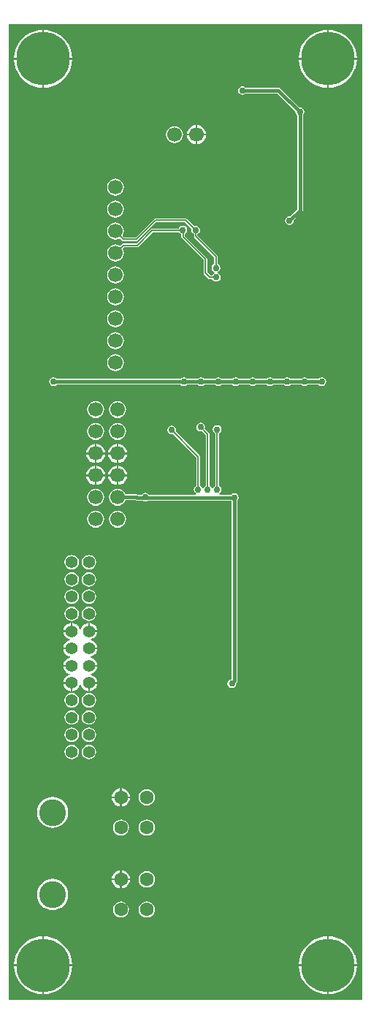
<source format=gbl>
G04*
G04 #@! TF.GenerationSoftware,Altium Limited,Altium Designer,20.2.6 (244)*
G04*
G04 Layer_Physical_Order=2*
G04 Layer_Color=16711680*
%FSLAX25Y25*%
%MOIN*%
G70*
G04*
G04 #@! TF.SameCoordinates,6C8D4563-3A2C-4F61-AD53-F99773DFA7E0*
G04*
G04*
G04 #@! TF.FilePolarity,Positive*
G04*
G01*
G75*
%ADD47C,0.00600*%
%ADD48C,0.01600*%
%ADD52C,0.06693*%
%ADD53C,0.06299*%
%ADD54C,0.12205*%
%ADD55C,0.05512*%
%ADD56C,0.24410*%
%ADD57C,0.02165*%
%ADD58C,0.02953*%
G36*
X163315Y2039D02*
X2039D01*
Y446780D01*
X163315D01*
X163315Y2039D01*
D02*
G37*
%LPC*%
G36*
X148038Y444316D02*
Y431502D01*
X160852D01*
X160720Y433174D01*
X160235Y435195D01*
X159440Y437116D01*
X158354Y438888D01*
X157004Y440468D01*
X155423Y441818D01*
X153651Y442904D01*
X151731Y443700D01*
X149710Y444185D01*
X148038Y444316D01*
D02*
G37*
G36*
X147238D02*
X145566Y444185D01*
X143545Y443700D01*
X141624Y442904D01*
X139852Y441818D01*
X138272Y440468D01*
X136922Y438888D01*
X135836Y437116D01*
X135040Y435195D01*
X134555Y433174D01*
X134424Y431502D01*
X147238D01*
Y444316D01*
D02*
G37*
G36*
X18116D02*
Y431502D01*
X30931D01*
X30799Y433174D01*
X30314Y435195D01*
X29518Y437116D01*
X28432Y438888D01*
X27083Y440468D01*
X25502Y441818D01*
X23730Y442904D01*
X21810Y443700D01*
X19789Y444185D01*
X18116Y444316D01*
D02*
G37*
G36*
X17316D02*
X15644Y444185D01*
X13623Y443700D01*
X11703Y442904D01*
X9931Y441818D01*
X8350Y440468D01*
X7001Y438888D01*
X5915Y437116D01*
X5119Y435195D01*
X4634Y433174D01*
X4502Y431502D01*
X17316D01*
Y444316D01*
D02*
G37*
G36*
X160852Y430702D02*
X148038D01*
Y417888D01*
X149710Y418020D01*
X151731Y418505D01*
X153651Y419301D01*
X155423Y420387D01*
X157004Y421736D01*
X158354Y423317D01*
X159440Y425089D01*
X160235Y427009D01*
X160720Y429030D01*
X160852Y430702D01*
D02*
G37*
G36*
X147238D02*
X134424D01*
X134555Y429030D01*
X135040Y427009D01*
X135836Y425089D01*
X136922Y423317D01*
X138272Y421736D01*
X139852Y420387D01*
X141624Y419301D01*
X143545Y418505D01*
X145566Y418020D01*
X147238Y417888D01*
Y430702D01*
D02*
G37*
G36*
X30931D02*
X18116D01*
Y417888D01*
X19789Y418020D01*
X21810Y418505D01*
X23730Y419301D01*
X25502Y420387D01*
X27083Y421736D01*
X28432Y423317D01*
X29518Y425089D01*
X30314Y427009D01*
X30799Y429030D01*
X30931Y430702D01*
D02*
G37*
G36*
X17316D02*
X4502D01*
X4634Y429030D01*
X5119Y427009D01*
X5915Y425089D01*
X7001Y423317D01*
X8350Y421736D01*
X9931Y420387D01*
X11703Y419301D01*
X13623Y418505D01*
X15644Y418020D01*
X17316Y417888D01*
Y430702D01*
D02*
G37*
G36*
X88077Y400867D02*
Y396935D01*
X92009D01*
X91912Y397670D01*
X91474Y398727D01*
X90777Y399635D01*
X89869Y400332D01*
X88812Y400770D01*
X88077Y400867D01*
D02*
G37*
G36*
X87277D02*
X86542Y400770D01*
X85485Y400332D01*
X84577Y399635D01*
X83881Y398727D01*
X83443Y397670D01*
X83346Y396935D01*
X87277D01*
Y400867D01*
D02*
G37*
G36*
X77677Y400415D02*
X76673Y400283D01*
X75737Y399895D01*
X74934Y399279D01*
X74317Y398475D01*
X73930Y397540D01*
X73798Y396535D01*
X73930Y395531D01*
X74317Y394596D01*
X74934Y393792D01*
X75737Y393176D01*
X76673Y392788D01*
X77677Y392656D01*
X78681Y392788D01*
X79617Y393176D01*
X80421Y393792D01*
X81037Y394596D01*
X81425Y395531D01*
X81557Y396535D01*
X81425Y397540D01*
X81037Y398475D01*
X80421Y399279D01*
X79617Y399895D01*
X78681Y400283D01*
X77677Y400415D01*
D02*
G37*
G36*
X87277Y396135D02*
X83346D01*
X83443Y395401D01*
X83881Y394343D01*
X84577Y393436D01*
X85485Y392739D01*
X86542Y392301D01*
X87277Y392204D01*
Y396135D01*
D02*
G37*
G36*
X92009D02*
X88077D01*
Y392204D01*
X88812Y392301D01*
X89869Y392739D01*
X90777Y393436D01*
X91474Y394343D01*
X91912Y395401D01*
X92009Y396135D01*
D02*
G37*
G36*
X50748Y376439D02*
X49744Y376307D01*
X48808Y375919D01*
X48005Y375302D01*
X47388Y374499D01*
X47001Y373563D01*
X46868Y372559D01*
X47001Y371555D01*
X47388Y370619D01*
X48005Y369816D01*
X48808Y369199D01*
X49744Y368812D01*
X50748Y368679D01*
X51752Y368812D01*
X52688Y369199D01*
X53491Y369816D01*
X54108Y370619D01*
X54496Y371555D01*
X54628Y372559D01*
X54496Y373563D01*
X54108Y374499D01*
X53491Y375302D01*
X52688Y375919D01*
X51752Y376307D01*
X50748Y376439D01*
D02*
G37*
G36*
X108660Y418652D02*
X107889Y418499D01*
X107235Y418062D01*
X106798Y417408D01*
X106645Y416637D01*
X106798Y415866D01*
X107235Y415212D01*
X107889Y414775D01*
X108660Y414622D01*
X109431Y414775D01*
X110085Y415212D01*
X110151Y415311D01*
X124557D01*
X132858Y407011D01*
X132834Y406894D01*
X132988Y406122D01*
X133425Y405469D01*
X133524Y405402D01*
Y362592D01*
X130208Y359275D01*
X130091Y359299D01*
X129319Y359145D01*
X128666Y358708D01*
X128229Y358055D01*
X128076Y357283D01*
X128229Y356512D01*
X128666Y355859D01*
X129319Y355422D01*
X130091Y355268D01*
X130862Y355422D01*
X131515Y355859D01*
X131952Y356512D01*
X132106Y357283D01*
X132082Y357401D01*
X135787Y361105D01*
X136074Y361535D01*
X136175Y362042D01*
Y405402D01*
X136275Y405469D01*
X136711Y406122D01*
X136865Y406894D01*
X136711Y407665D01*
X136275Y408319D01*
X135621Y408755D01*
X134850Y408909D01*
X134732Y408885D01*
X126043Y417574D01*
X125613Y417862D01*
X125106Y417963D01*
X110151D01*
X110085Y418062D01*
X109431Y418499D01*
X108660Y418652D01*
D02*
G37*
G36*
X50748Y366439D02*
X49744Y366306D01*
X48808Y365919D01*
X48005Y365302D01*
X47388Y364499D01*
X47001Y363563D01*
X46868Y362559D01*
X47001Y361555D01*
X47388Y360619D01*
X48005Y359816D01*
X48808Y359199D01*
X49744Y358812D01*
X50748Y358679D01*
X51752Y358812D01*
X52688Y359199D01*
X53491Y359816D01*
X54108Y360619D01*
X54496Y361555D01*
X54628Y362559D01*
X54496Y363563D01*
X54108Y364499D01*
X53491Y365302D01*
X52688Y365919D01*
X51752Y366306D01*
X50748Y366439D01*
D02*
G37*
G36*
X82805Y358296D02*
X82805Y358296D01*
X68898D01*
X68585Y358234D01*
X68321Y358057D01*
X68321Y358057D01*
X59898Y349635D01*
X54669D01*
X53924Y350379D01*
X54108Y350619D01*
X54496Y351555D01*
X54628Y352559D01*
X54496Y353563D01*
X54108Y354499D01*
X53491Y355302D01*
X52688Y355919D01*
X51752Y356307D01*
X50748Y356439D01*
X49744Y356307D01*
X48808Y355919D01*
X48005Y355302D01*
X47388Y354499D01*
X47001Y353563D01*
X46868Y352559D01*
X47001Y351555D01*
X47388Y350619D01*
X48005Y349816D01*
X48808Y349199D01*
X49744Y348812D01*
X50748Y348679D01*
X51752Y348812D01*
X52688Y349199D01*
X52750Y349247D01*
X53754Y348242D01*
X53754Y348242D01*
X54019Y348065D01*
X54331Y348003D01*
X60236D01*
X60236Y348003D01*
X60548Y348065D01*
X60813Y348242D01*
X69235Y356665D01*
X82467D01*
X85451Y353681D01*
X85308Y352962D01*
X85461Y352191D01*
X85898Y351537D01*
X86507Y351130D01*
Y350236D01*
X86507Y350236D01*
X86569Y349924D01*
X86746Y349659D01*
X95739Y340666D01*
Y337560D01*
X95130Y337153D01*
X94693Y336500D01*
X94540Y335728D01*
X94693Y334957D01*
X95130Y334303D01*
X95784Y333867D01*
X95831Y333857D01*
X95873Y333446D01*
X95859Y333342D01*
X95229Y332921D01*
X94822Y332312D01*
X94039D01*
X92509Y333842D01*
Y339803D01*
X92447Y340115D01*
X92270Y340380D01*
X92270Y340380D01*
X82444Y350206D01*
Y351341D01*
X82842Y351607D01*
X83279Y352260D01*
X83432Y353031D01*
X83279Y353803D01*
X82842Y354456D01*
X82188Y354893D01*
X81417Y355047D01*
X80646Y354893D01*
X79992Y354456D01*
X79556Y353803D01*
X79510Y353572D01*
X67323D01*
X67011Y353509D01*
X66746Y353333D01*
X66746Y353333D01*
X60292Y346879D01*
X54252D01*
X54252Y346879D01*
X53940Y346817D01*
X53675Y346640D01*
X52839Y345803D01*
X52688Y345919D01*
X51752Y346306D01*
X50748Y346439D01*
X49744Y346306D01*
X48808Y345919D01*
X48005Y345302D01*
X47388Y344499D01*
X47001Y343563D01*
X46868Y342559D01*
X47001Y341555D01*
X47388Y340619D01*
X48005Y339816D01*
X48808Y339199D01*
X49744Y338812D01*
X50748Y338679D01*
X51752Y338812D01*
X52688Y339199D01*
X53491Y339816D01*
X54108Y340619D01*
X54496Y341555D01*
X54628Y342559D01*
X54496Y343563D01*
X54108Y344499D01*
X53992Y344650D01*
X54590Y345247D01*
X60630D01*
X60630Y345247D01*
X60942Y345309D01*
X61207Y345486D01*
X67661Y351940D01*
X79769D01*
X79992Y351607D01*
X80646Y351170D01*
X80813Y351137D01*
Y349868D01*
X80813Y349868D01*
X80875Y349556D01*
X81052Y349291D01*
X90877Y339465D01*
Y333504D01*
X90877Y333504D01*
X90939Y333192D01*
X91116Y332927D01*
X93124Y330919D01*
X93124Y330919D01*
X93389Y330743D01*
X93701Y330680D01*
X93701Y330680D01*
X94822D01*
X95229Y330071D01*
X95882Y329634D01*
X96653Y329481D01*
X97425Y329634D01*
X98078Y330071D01*
X98515Y330725D01*
X98669Y331496D01*
X98515Y332267D01*
X98078Y332921D01*
X97425Y333358D01*
X97378Y333367D01*
X97335Y333779D01*
X97350Y333882D01*
X97980Y334303D01*
X98417Y334957D01*
X98570Y335728D01*
X98417Y336500D01*
X97980Y337153D01*
X97371Y337560D01*
Y341004D01*
X97309Y341316D01*
X97132Y341581D01*
X97132Y341581D01*
X88139Y350574D01*
Y351130D01*
X88748Y351537D01*
X89185Y352191D01*
X89338Y352962D01*
X89185Y353733D01*
X88748Y354387D01*
X88094Y354824D01*
X87323Y354977D01*
X86604Y354834D01*
X83381Y358057D01*
X83117Y358234D01*
X82805Y358296D01*
D02*
G37*
G36*
X50748Y336439D02*
X49744Y336307D01*
X48808Y335919D01*
X48005Y335302D01*
X47388Y334499D01*
X47001Y333563D01*
X46868Y332559D01*
X47001Y331555D01*
X47388Y330619D01*
X48005Y329816D01*
X48808Y329199D01*
X49744Y328812D01*
X50748Y328679D01*
X51752Y328812D01*
X52688Y329199D01*
X53491Y329816D01*
X54108Y330619D01*
X54496Y331555D01*
X54628Y332559D01*
X54496Y333563D01*
X54108Y334499D01*
X53491Y335302D01*
X52688Y335919D01*
X51752Y336307D01*
X50748Y336439D01*
D02*
G37*
G36*
Y326439D02*
X49744Y326307D01*
X48808Y325919D01*
X48005Y325302D01*
X47388Y324499D01*
X47001Y323563D01*
X46868Y322559D01*
X47001Y321555D01*
X47388Y320619D01*
X48005Y319816D01*
X48808Y319199D01*
X49744Y318812D01*
X50748Y318679D01*
X51752Y318812D01*
X52688Y319199D01*
X53491Y319816D01*
X54108Y320619D01*
X54496Y321555D01*
X54628Y322559D01*
X54496Y323563D01*
X54108Y324499D01*
X53491Y325302D01*
X52688Y325919D01*
X51752Y326307D01*
X50748Y326439D01*
D02*
G37*
G36*
Y316439D02*
X49744Y316306D01*
X48808Y315919D01*
X48005Y315302D01*
X47388Y314499D01*
X47001Y313563D01*
X46868Y312559D01*
X47001Y311555D01*
X47388Y310619D01*
X48005Y309816D01*
X48808Y309199D01*
X49744Y308812D01*
X50748Y308679D01*
X51752Y308812D01*
X52688Y309199D01*
X53491Y309816D01*
X54108Y310619D01*
X54496Y311555D01*
X54628Y312559D01*
X54496Y313563D01*
X54108Y314499D01*
X53491Y315302D01*
X52688Y315919D01*
X51752Y316306D01*
X50748Y316439D01*
D02*
G37*
G36*
Y306439D02*
X49744Y306307D01*
X48808Y305919D01*
X48005Y305302D01*
X47388Y304499D01*
X47001Y303563D01*
X46868Y302559D01*
X47001Y301555D01*
X47388Y300619D01*
X48005Y299816D01*
X48808Y299199D01*
X49744Y298812D01*
X50748Y298679D01*
X51752Y298812D01*
X52688Y299199D01*
X53491Y299816D01*
X54108Y300619D01*
X54496Y301555D01*
X54628Y302559D01*
X54496Y303563D01*
X54108Y304499D01*
X53491Y305302D01*
X52688Y305919D01*
X51752Y306307D01*
X50748Y306439D01*
D02*
G37*
G36*
Y296439D02*
X49744Y296306D01*
X48808Y295919D01*
X48005Y295302D01*
X47388Y294499D01*
X47001Y293563D01*
X46868Y292559D01*
X47001Y291555D01*
X47388Y290619D01*
X48005Y289816D01*
X48808Y289199D01*
X49744Y288812D01*
X50748Y288679D01*
X51752Y288812D01*
X52688Y289199D01*
X53491Y289816D01*
X54108Y290619D01*
X54496Y291555D01*
X54628Y292559D01*
X54496Y293563D01*
X54108Y294499D01*
X53491Y295302D01*
X52688Y295919D01*
X51752Y296306D01*
X50748Y296439D01*
D02*
G37*
G36*
X144882Y285873D02*
X144111Y285720D01*
X143457Y285283D01*
X143391Y285184D01*
X138499D01*
X138433Y285283D01*
X137779Y285720D01*
X137008Y285873D01*
X136237Y285720D01*
X135583Y285283D01*
X135517Y285184D01*
X130625D01*
X130559Y285283D01*
X129905Y285720D01*
X129134Y285873D01*
X128363Y285720D01*
X127709Y285283D01*
X127643Y285184D01*
X122751D01*
X122685Y285283D01*
X122031Y285720D01*
X121260Y285873D01*
X120489Y285720D01*
X119835Y285283D01*
X119769Y285184D01*
X114877D01*
X114811Y285283D01*
X114157Y285720D01*
X113386Y285873D01*
X112615Y285720D01*
X111961Y285283D01*
X111895Y285184D01*
X107003D01*
X106937Y285283D01*
X106283Y285720D01*
X105512Y285873D01*
X104741Y285720D01*
X104087Y285283D01*
X104021Y285184D01*
X99129D01*
X99063Y285283D01*
X98409Y285720D01*
X97638Y285873D01*
X96867Y285720D01*
X96213Y285283D01*
X96147Y285184D01*
X91255D01*
X91189Y285283D01*
X90535Y285720D01*
X89764Y285873D01*
X88993Y285720D01*
X88339Y285283D01*
X88273Y285184D01*
X83381D01*
X83315Y285283D01*
X82661Y285720D01*
X81890Y285873D01*
X81119Y285720D01*
X80465Y285283D01*
X80398Y285184D01*
X23932D01*
X23866Y285283D01*
X23212Y285720D01*
X22441Y285873D01*
X21670Y285720D01*
X21016Y285283D01*
X20579Y284629D01*
X20426Y283858D01*
X20579Y283087D01*
X21016Y282433D01*
X21670Y281997D01*
X22441Y281843D01*
X23212Y281997D01*
X23866Y282433D01*
X23932Y282533D01*
X80398D01*
X80465Y282433D01*
X81119Y281997D01*
X81890Y281843D01*
X82661Y281997D01*
X83315Y282433D01*
X83381Y282533D01*
X88273D01*
X88339Y282433D01*
X88993Y281997D01*
X89764Y281843D01*
X90535Y281997D01*
X91189Y282433D01*
X91255Y282533D01*
X96147D01*
X96213Y282433D01*
X96867Y281997D01*
X97638Y281843D01*
X98409Y281997D01*
X99063Y282433D01*
X99129Y282533D01*
X104021D01*
X104087Y282433D01*
X104741Y281997D01*
X105512Y281843D01*
X106283Y281997D01*
X106937Y282433D01*
X107003Y282533D01*
X111895D01*
X111961Y282433D01*
X112615Y281997D01*
X113386Y281843D01*
X114157Y281997D01*
X114811Y282433D01*
X114877Y282533D01*
X119769D01*
X119835Y282433D01*
X120489Y281997D01*
X121260Y281843D01*
X122031Y281997D01*
X122685Y282433D01*
X122751Y282533D01*
X127643D01*
X127709Y282433D01*
X128363Y281997D01*
X129134Y281843D01*
X129905Y281997D01*
X130559Y282433D01*
X130625Y282533D01*
X135517D01*
X135583Y282433D01*
X136237Y281997D01*
X137008Y281843D01*
X137779Y281997D01*
X138433Y282433D01*
X138499Y282533D01*
X143391D01*
X143457Y282433D01*
X144111Y281997D01*
X144882Y281843D01*
X145653Y281997D01*
X146307Y282433D01*
X146744Y283087D01*
X146897Y283858D01*
X146744Y284629D01*
X146307Y285283D01*
X145653Y285720D01*
X144882Y285873D01*
D02*
G37*
G36*
X51653Y275021D02*
X50649Y274889D01*
X49714Y274502D01*
X48910Y273885D01*
X48294Y273082D01*
X47906Y272146D01*
X47774Y271142D01*
X47906Y270138D01*
X48294Y269202D01*
X48910Y268398D01*
X49714Y267782D01*
X50649Y267394D01*
X51653Y267262D01*
X52658Y267394D01*
X53593Y267782D01*
X54397Y268398D01*
X55013Y269202D01*
X55401Y270138D01*
X55533Y271142D01*
X55401Y272146D01*
X55013Y273082D01*
X54397Y273885D01*
X53593Y274502D01*
X52658Y274889D01*
X51653Y275021D01*
D02*
G37*
G36*
X41653D02*
X40649Y274889D01*
X39714Y274502D01*
X38910Y273885D01*
X38294Y273082D01*
X37906Y272146D01*
X37774Y271142D01*
X37906Y270138D01*
X38294Y269202D01*
X38910Y268398D01*
X39714Y267782D01*
X40649Y267394D01*
X41653Y267262D01*
X42658Y267394D01*
X43593Y267782D01*
X44397Y268398D01*
X45013Y269202D01*
X45401Y270138D01*
X45533Y271142D01*
X45401Y272146D01*
X45013Y273082D01*
X44397Y273885D01*
X43593Y274502D01*
X42658Y274889D01*
X41653Y275021D01*
D02*
G37*
G36*
X51653Y265021D02*
X50649Y264889D01*
X49714Y264502D01*
X48910Y263885D01*
X48294Y263082D01*
X47906Y262146D01*
X47774Y261142D01*
X47906Y260138D01*
X48294Y259202D01*
X48910Y258398D01*
X49714Y257782D01*
X50649Y257394D01*
X51653Y257262D01*
X52658Y257394D01*
X53593Y257782D01*
X54397Y258398D01*
X55013Y259202D01*
X55401Y260138D01*
X55533Y261142D01*
X55401Y262146D01*
X55013Y263082D01*
X54397Y263885D01*
X53593Y264502D01*
X52658Y264889D01*
X51653Y265021D01*
D02*
G37*
G36*
X41653D02*
X40649Y264889D01*
X39714Y264502D01*
X38910Y263885D01*
X38294Y263082D01*
X37906Y262146D01*
X37774Y261142D01*
X37906Y260138D01*
X38294Y259202D01*
X38910Y258398D01*
X39714Y257782D01*
X40649Y257394D01*
X41653Y257262D01*
X42658Y257394D01*
X43593Y257782D01*
X44397Y258398D01*
X45013Y259202D01*
X45401Y260138D01*
X45533Y261142D01*
X45401Y262146D01*
X45013Y263082D01*
X44397Y263885D01*
X43593Y264502D01*
X42658Y264889D01*
X41653Y265021D01*
D02*
G37*
G36*
X52053Y255473D02*
Y251542D01*
X55985D01*
X55888Y252276D01*
X55450Y253334D01*
X54754Y254242D01*
X53846Y254938D01*
X52788Y255376D01*
X52053Y255473D01*
D02*
G37*
G36*
X42054D02*
Y251542D01*
X45985D01*
X45888Y252276D01*
X45450Y253334D01*
X44754Y254242D01*
X43845Y254938D01*
X42788Y255376D01*
X42054Y255473D01*
D02*
G37*
G36*
X41254D02*
X40519Y255376D01*
X39462Y254938D01*
X38554Y254242D01*
X37857Y253334D01*
X37419Y252276D01*
X37322Y251542D01*
X41254D01*
Y255473D01*
D02*
G37*
G36*
X51253D02*
X50519Y255376D01*
X49462Y254938D01*
X48554Y254242D01*
X47857Y253334D01*
X47419Y252276D01*
X47322Y251542D01*
X51253D01*
Y255473D01*
D02*
G37*
G36*
X55985Y250742D02*
X52053D01*
Y246810D01*
X52788Y246907D01*
X53846Y247345D01*
X54754Y248042D01*
X55450Y248950D01*
X55888Y250007D01*
X55985Y250742D01*
D02*
G37*
G36*
X45985D02*
X42054D01*
Y246810D01*
X42788Y246907D01*
X43845Y247345D01*
X44754Y248042D01*
X45450Y248950D01*
X45888Y250007D01*
X45985Y250742D01*
D02*
G37*
G36*
X51253D02*
X47322D01*
X47419Y250007D01*
X47857Y248950D01*
X48554Y248042D01*
X49462Y247345D01*
X50519Y246907D01*
X51253Y246810D01*
Y250742D01*
D02*
G37*
G36*
X41254D02*
X37322D01*
X37419Y250007D01*
X37857Y248950D01*
X38554Y248042D01*
X39462Y247345D01*
X40519Y246907D01*
X41254Y246810D01*
Y250742D01*
D02*
G37*
G36*
X52053Y245473D02*
Y241542D01*
X55985D01*
X55888Y242276D01*
X55450Y243334D01*
X54754Y244242D01*
X53846Y244938D01*
X52788Y245376D01*
X52053Y245473D01*
D02*
G37*
G36*
X42054D02*
Y241542D01*
X45985D01*
X45888Y242276D01*
X45450Y243334D01*
X44754Y244242D01*
X43845Y244938D01*
X42788Y245376D01*
X42054Y245473D01*
D02*
G37*
G36*
X41254D02*
X40519Y245376D01*
X39462Y244938D01*
X38554Y244242D01*
X37857Y243334D01*
X37419Y242276D01*
X37322Y241542D01*
X41254D01*
Y245473D01*
D02*
G37*
G36*
X51253D02*
X50519Y245376D01*
X49462Y244938D01*
X48554Y244242D01*
X47857Y243334D01*
X47419Y242276D01*
X47322Y241542D01*
X51253D01*
Y245473D01*
D02*
G37*
G36*
X55985Y240742D02*
X52053D01*
Y236810D01*
X52788Y236907D01*
X53846Y237345D01*
X54754Y238042D01*
X55450Y238950D01*
X55888Y240007D01*
X55985Y240742D01*
D02*
G37*
G36*
X45985D02*
X42054D01*
Y236810D01*
X42788Y236907D01*
X43845Y237345D01*
X44754Y238042D01*
X45450Y238950D01*
X45888Y240007D01*
X45985Y240742D01*
D02*
G37*
G36*
X51253D02*
X47322D01*
X47419Y240007D01*
X47857Y238950D01*
X48554Y238042D01*
X49462Y237345D01*
X50519Y236907D01*
X51253Y236810D01*
Y240742D01*
D02*
G37*
G36*
X41254D02*
X37322D01*
X37419Y240007D01*
X37857Y238950D01*
X38554Y238042D01*
X39462Y237345D01*
X40519Y236907D01*
X41254Y236810D01*
Y240742D01*
D02*
G37*
G36*
X89600Y265115D02*
X88829Y264962D01*
X88175Y264525D01*
X87738Y263871D01*
X87585Y263100D01*
X87738Y262329D01*
X88175Y261675D01*
X88829Y261238D01*
X89600Y261085D01*
X90319Y261228D01*
X91980Y259567D01*
Y236478D01*
X91370Y236071D01*
X90934Y235417D01*
X90885Y235172D01*
X90375D01*
X90326Y235417D01*
X89890Y236071D01*
X89280Y236478D01*
Y249724D01*
X89218Y250037D01*
X89041Y250301D01*
X89041Y250301D01*
X78250Y261092D01*
X78393Y261811D01*
X78240Y262582D01*
X77803Y263236D01*
X77149Y263673D01*
X76378Y263826D01*
X75607Y263673D01*
X74953Y263236D01*
X74516Y262582D01*
X74363Y261811D01*
X74516Y261040D01*
X74953Y260386D01*
X75607Y259949D01*
X76378Y259796D01*
X77097Y259939D01*
X87649Y249387D01*
Y236478D01*
X87040Y236071D01*
X86603Y235417D01*
X86449Y234646D01*
X86603Y233875D01*
X87040Y233221D01*
X87537Y232889D01*
X87385Y232388D01*
X65923D01*
X65800Y232572D01*
X65147Y233009D01*
X64376Y233162D01*
X63604Y233009D01*
X62951Y232572D01*
X62828Y232388D01*
X60474D01*
X60276Y232428D01*
X55284D01*
X55013Y233082D01*
X54397Y233885D01*
X53593Y234502D01*
X52658Y234889D01*
X51653Y235021D01*
X50649Y234889D01*
X49714Y234502D01*
X48910Y233885D01*
X48294Y233082D01*
X47906Y232146D01*
X47774Y231142D01*
X47906Y230138D01*
X48294Y229202D01*
X48910Y228398D01*
X49714Y227782D01*
X50649Y227394D01*
X51653Y227262D01*
X52658Y227394D01*
X53593Y227782D01*
X54397Y228398D01*
X55013Y229202D01*
X55252Y229777D01*
X60078D01*
X60276Y229737D01*
X60276Y229737D01*
X62941D01*
X62951Y229722D01*
X63604Y229286D01*
X64376Y229132D01*
X65147Y229286D01*
X65800Y229722D01*
X65811Y229737D01*
X103482D01*
X103549Y229638D01*
X103648Y229572D01*
Y148139D01*
X103569Y148059D01*
X103079Y147962D01*
X102425Y147525D01*
X101988Y146871D01*
X101835Y146100D01*
X101988Y145329D01*
X102425Y144675D01*
X103079Y144238D01*
X103850Y144085D01*
X104621Y144238D01*
X105275Y144675D01*
X105712Y145329D01*
X105865Y146100D01*
X105781Y146523D01*
X105911Y146652D01*
X106198Y147082D01*
X106299Y147590D01*
Y229572D01*
X106398Y229638D01*
X106835Y230292D01*
X106989Y231063D01*
X106835Y231834D01*
X106398Y232488D01*
X105745Y232925D01*
X104974Y233078D01*
X104202Y232925D01*
X103549Y232488D01*
X103482Y232388D01*
X98185D01*
X98033Y232889D01*
X98530Y233221D01*
X98967Y233875D01*
X99121Y234646D01*
X98967Y235417D01*
X98530Y236071D01*
X97921Y236478D01*
Y260172D01*
X98525Y260575D01*
X98962Y261229D01*
X99115Y262000D01*
X98962Y262771D01*
X98525Y263425D01*
X97871Y263862D01*
X97100Y264015D01*
X96329Y263862D01*
X95675Y263425D01*
X95238Y262771D01*
X95085Y262000D01*
X95238Y261229D01*
X95675Y260575D01*
X96290Y260164D01*
Y236478D01*
X95681Y236071D01*
X95244Y235417D01*
X95205Y235223D01*
X94696D01*
X94657Y235417D01*
X94220Y236071D01*
X93611Y236478D01*
Y259905D01*
X93611Y259905D01*
X93549Y260217D01*
X93372Y260482D01*
X93372Y260482D01*
X91472Y262381D01*
X91615Y263100D01*
X91462Y263871D01*
X91025Y264525D01*
X90371Y264962D01*
X89600Y265115D01*
D02*
G37*
G36*
X41653Y235021D02*
X40649Y234889D01*
X39714Y234502D01*
X38910Y233885D01*
X38294Y233082D01*
X37906Y232146D01*
X37774Y231142D01*
X37906Y230138D01*
X38294Y229202D01*
X38910Y228398D01*
X39714Y227782D01*
X40649Y227394D01*
X41653Y227262D01*
X42658Y227394D01*
X43593Y227782D01*
X44397Y228398D01*
X45013Y229202D01*
X45401Y230138D01*
X45533Y231142D01*
X45401Y232146D01*
X45013Y233082D01*
X44397Y233885D01*
X43593Y234502D01*
X42658Y234889D01*
X41653Y235021D01*
D02*
G37*
G36*
X51653Y225021D02*
X50649Y224889D01*
X49714Y224502D01*
X48910Y223885D01*
X48294Y223082D01*
X47906Y222146D01*
X47774Y221142D01*
X47906Y220138D01*
X48294Y219202D01*
X48910Y218398D01*
X49714Y217782D01*
X50649Y217394D01*
X51653Y217262D01*
X52658Y217394D01*
X53593Y217782D01*
X54397Y218398D01*
X55013Y219202D01*
X55401Y220138D01*
X55533Y221142D01*
X55401Y222146D01*
X55013Y223082D01*
X54397Y223885D01*
X53593Y224502D01*
X52658Y224889D01*
X51653Y225021D01*
D02*
G37*
G36*
X41653D02*
X40649Y224889D01*
X39714Y224502D01*
X38910Y223885D01*
X38294Y223082D01*
X37906Y222146D01*
X37774Y221142D01*
X37906Y220138D01*
X38294Y219202D01*
X38910Y218398D01*
X39714Y217782D01*
X40649Y217394D01*
X41653Y217262D01*
X42658Y217394D01*
X43593Y217782D01*
X44397Y218398D01*
X45013Y219202D01*
X45401Y220138D01*
X45533Y221142D01*
X45401Y222146D01*
X45013Y223082D01*
X44397Y223885D01*
X43593Y224502D01*
X42658Y224889D01*
X41653Y225021D01*
D02*
G37*
G36*
X30709Y204859D02*
X29859Y204747D01*
X29067Y204419D01*
X28387Y203897D01*
X27865Y203217D01*
X27537Y202425D01*
X27425Y201575D01*
X27537Y200725D01*
X27865Y199933D01*
X28387Y199253D01*
X29067Y198731D01*
X29859Y198403D01*
X30709Y198291D01*
X31559Y198403D01*
X32351Y198731D01*
X33031Y199253D01*
X33553Y199933D01*
X33881Y200725D01*
X33993Y201575D01*
X33881Y202425D01*
X33553Y203217D01*
X33031Y203897D01*
X32351Y204419D01*
X31559Y204747D01*
X30709Y204859D01*
D02*
G37*
G36*
X38583Y204859D02*
X37733Y204747D01*
X36941Y204419D01*
X36261Y203897D01*
X35739Y203217D01*
X35411Y202425D01*
X35299Y201575D01*
X35411Y200725D01*
X35739Y199933D01*
X36261Y199253D01*
X36941Y198731D01*
X37733Y198403D01*
X38583Y198291D01*
X39433Y198403D01*
X40225Y198731D01*
X40905Y199253D01*
X41427Y199933D01*
X41755Y200725D01*
X41867Y201575D01*
X41755Y202425D01*
X41427Y203217D01*
X40905Y203897D01*
X40225Y204419D01*
X39433Y204747D01*
X38583Y204859D01*
D02*
G37*
G36*
X30709Y196985D02*
X29859Y196873D01*
X29067Y196545D01*
X28387Y196023D01*
X27865Y195343D01*
X27537Y194551D01*
X27425Y193701D01*
X27537Y192851D01*
X27865Y192059D01*
X28387Y191379D01*
X29067Y190857D01*
X29859Y190529D01*
X30709Y190417D01*
X31559Y190529D01*
X32351Y190857D01*
X33031Y191379D01*
X33553Y192059D01*
X33881Y192851D01*
X33993Y193701D01*
X33881Y194551D01*
X33553Y195343D01*
X33031Y196023D01*
X32351Y196545D01*
X31559Y196873D01*
X30709Y196985D01*
D02*
G37*
G36*
X38583Y196985D02*
X37733Y196873D01*
X36941Y196545D01*
X36261Y196023D01*
X35739Y195343D01*
X35411Y194551D01*
X35299Y193701D01*
X35411Y192851D01*
X35739Y192059D01*
X36261Y191379D01*
X36941Y190857D01*
X37733Y190529D01*
X38583Y190417D01*
X39433Y190529D01*
X40225Y190857D01*
X40905Y191379D01*
X41427Y192059D01*
X41755Y192851D01*
X41867Y193701D01*
X41755Y194551D01*
X41427Y195343D01*
X40905Y196023D01*
X40225Y196545D01*
X39433Y196873D01*
X38583Y196985D01*
D02*
G37*
G36*
X30709Y189111D02*
X29859Y188999D01*
X29067Y188671D01*
X28387Y188149D01*
X27865Y187469D01*
X27537Y186677D01*
X27425Y185827D01*
X27537Y184977D01*
X27865Y184185D01*
X28387Y183505D01*
X29067Y182983D01*
X29859Y182655D01*
X30709Y182543D01*
X31559Y182655D01*
X32351Y182983D01*
X33031Y183505D01*
X33553Y184185D01*
X33881Y184977D01*
X33993Y185827D01*
X33881Y186677D01*
X33553Y187469D01*
X33031Y188149D01*
X32351Y188671D01*
X31559Y188999D01*
X30709Y189111D01*
D02*
G37*
G36*
X38583Y189111D02*
X37733Y188999D01*
X36941Y188671D01*
X36261Y188149D01*
X35739Y187469D01*
X35411Y186677D01*
X35299Y185827D01*
X35411Y184977D01*
X35739Y184185D01*
X36261Y183505D01*
X36941Y182983D01*
X37733Y182655D01*
X38583Y182543D01*
X39433Y182655D01*
X40225Y182983D01*
X40905Y183505D01*
X41427Y184185D01*
X41755Y184977D01*
X41867Y185827D01*
X41755Y186677D01*
X41427Y187469D01*
X40905Y188149D01*
X40225Y188671D01*
X39433Y188999D01*
X38583Y189111D01*
D02*
G37*
G36*
Y181237D02*
X37733Y181125D01*
X36941Y180797D01*
X36261Y180275D01*
X35739Y179595D01*
X35411Y178803D01*
X35299Y177953D01*
X35411Y177103D01*
X35739Y176311D01*
X36261Y175631D01*
X36941Y175109D01*
X37733Y174781D01*
X38583Y174669D01*
X39433Y174781D01*
X40225Y175109D01*
X40905Y175631D01*
X41427Y176311D01*
X41755Y177103D01*
X41867Y177953D01*
X41755Y178803D01*
X41427Y179595D01*
X40905Y180275D01*
X40225Y180797D01*
X39433Y181125D01*
X38583Y181237D01*
D02*
G37*
G36*
X30709D02*
X29859Y181125D01*
X29067Y180797D01*
X28387Y180275D01*
X27865Y179595D01*
X27537Y178803D01*
X27425Y177953D01*
X27537Y177103D01*
X27865Y176311D01*
X28387Y175631D01*
X29067Y175109D01*
X29859Y174781D01*
X30709Y174669D01*
X31559Y174781D01*
X32351Y175109D01*
X33031Y175631D01*
X33553Y176311D01*
X33881Y177103D01*
X33993Y177953D01*
X33881Y178803D01*
X33553Y179595D01*
X33031Y180275D01*
X32351Y180797D01*
X31559Y181125D01*
X30709Y181237D01*
D02*
G37*
G36*
X30309Y173814D02*
X29728Y173738D01*
X28815Y173360D01*
X28030Y172757D01*
X27428Y171973D01*
X27049Y171059D01*
X26973Y170479D01*
X30309D01*
Y173814D01*
D02*
G37*
G36*
X38983Y173814D02*
Y170479D01*
X42318D01*
X42242Y171059D01*
X41864Y171973D01*
X41261Y172757D01*
X40477Y173360D01*
X39563Y173738D01*
X38983Y173814D01*
D02*
G37*
G36*
X30309Y146057D02*
X26973D01*
X27049Y145476D01*
X27428Y144562D01*
X28030Y143778D01*
X28815Y143176D01*
X29728Y142798D01*
X30309Y142721D01*
Y146057D01*
D02*
G37*
G36*
X31109Y173814D02*
Y170079D01*
X30709D01*
Y169679D01*
X26973D01*
X27049Y169098D01*
X27428Y168185D01*
X28030Y167400D01*
X28815Y166798D01*
X29728Y166419D01*
X29923Y166394D01*
Y165890D01*
X29728Y165864D01*
X28815Y165486D01*
X28030Y164883D01*
X27428Y164099D01*
X27049Y163185D01*
X26973Y162605D01*
X30709D01*
Y161805D01*
X26973D01*
X27049Y161224D01*
X27428Y160311D01*
X28030Y159526D01*
X28815Y158924D01*
X29728Y158545D01*
X29923Y158520D01*
Y158016D01*
X29728Y157990D01*
X28815Y157612D01*
X28030Y157009D01*
X27428Y156225D01*
X27049Y155311D01*
X26973Y154731D01*
X30709D01*
Y153931D01*
X26973D01*
X27049Y153350D01*
X27428Y152437D01*
X28030Y151652D01*
X28815Y151050D01*
X29728Y150672D01*
X29923Y150646D01*
Y150142D01*
X29728Y150116D01*
X28815Y149738D01*
X28030Y149135D01*
X27428Y148351D01*
X27049Y147437D01*
X26973Y146857D01*
X30709D01*
Y146457D01*
X31109D01*
Y142721D01*
X31689Y142798D01*
X32603Y143176D01*
X33387Y143778D01*
X33989Y144562D01*
X34368Y145476D01*
X34394Y145671D01*
X34898D01*
X34923Y145476D01*
X35302Y144562D01*
X35904Y143778D01*
X36689Y143176D01*
X37602Y142798D01*
X38183Y142721D01*
Y146457D01*
X38583D01*
Y146857D01*
X42318D01*
X42242Y147437D01*
X41864Y148351D01*
X41261Y149135D01*
X40477Y149738D01*
X39563Y150116D01*
X39369Y150142D01*
Y150646D01*
X39563Y150672D01*
X40477Y151050D01*
X41261Y151652D01*
X41864Y152437D01*
X42242Y153350D01*
X42318Y153931D01*
X38583D01*
Y154731D01*
X42318D01*
X42242Y155311D01*
X41864Y156225D01*
X41261Y157009D01*
X40477Y157612D01*
X39563Y157990D01*
X39369Y158016D01*
Y158520D01*
X39563Y158545D01*
X40477Y158924D01*
X41261Y159526D01*
X41864Y160311D01*
X42242Y161224D01*
X42318Y161805D01*
X38583D01*
Y162605D01*
X42318D01*
X42242Y163185D01*
X41864Y164099D01*
X41261Y164883D01*
X40477Y165486D01*
X39563Y165864D01*
X39369Y165890D01*
Y166394D01*
X39563Y166419D01*
X40477Y166798D01*
X41261Y167400D01*
X41864Y168185D01*
X42242Y169098D01*
X42318Y169679D01*
X38583D01*
Y170079D01*
X38183D01*
Y173814D01*
X37602Y173738D01*
X36689Y173360D01*
X35904Y172757D01*
X35302Y171973D01*
X34923Y171059D01*
X34898Y170865D01*
X34394D01*
X34368Y171059D01*
X33989Y171973D01*
X33387Y172757D01*
X32603Y173360D01*
X31689Y173738D01*
X31109Y173814D01*
D02*
G37*
G36*
X42318Y146057D02*
X38983D01*
Y142721D01*
X39563Y142798D01*
X40477Y143176D01*
X41261Y143778D01*
X41864Y144562D01*
X42242Y145476D01*
X42318Y146057D01*
D02*
G37*
G36*
X30709Y141867D02*
X29859Y141755D01*
X29067Y141427D01*
X28387Y140905D01*
X27865Y140225D01*
X27537Y139433D01*
X27425Y138583D01*
X27537Y137733D01*
X27865Y136941D01*
X28387Y136260D01*
X29067Y135739D01*
X29859Y135411D01*
X30709Y135299D01*
X31559Y135411D01*
X32351Y135739D01*
X33031Y136260D01*
X33553Y136941D01*
X33881Y137733D01*
X33993Y138583D01*
X33881Y139433D01*
X33553Y140225D01*
X33031Y140905D01*
X32351Y141427D01*
X31559Y141755D01*
X30709Y141867D01*
D02*
G37*
G36*
X38583Y141867D02*
X37733Y141755D01*
X36941Y141427D01*
X36261Y140905D01*
X35739Y140225D01*
X35411Y139433D01*
X35299Y138583D01*
X35411Y137733D01*
X35739Y136941D01*
X36261Y136260D01*
X36941Y135739D01*
X37733Y135411D01*
X38583Y135299D01*
X39433Y135411D01*
X40225Y135739D01*
X40905Y136260D01*
X41427Y136941D01*
X41755Y137733D01*
X41867Y138583D01*
X41755Y139433D01*
X41427Y140225D01*
X40905Y140905D01*
X40225Y141427D01*
X39433Y141755D01*
X38583Y141867D01*
D02*
G37*
G36*
X30709Y133993D02*
X29859Y133881D01*
X29067Y133553D01*
X28387Y133031D01*
X27865Y132351D01*
X27537Y131559D01*
X27425Y130709D01*
X27537Y129859D01*
X27865Y129067D01*
X28387Y128386D01*
X29067Y127865D01*
X29859Y127537D01*
X30709Y127425D01*
X31559Y127537D01*
X32351Y127865D01*
X33031Y128386D01*
X33553Y129067D01*
X33881Y129859D01*
X33993Y130709D01*
X33881Y131559D01*
X33553Y132351D01*
X33031Y133031D01*
X32351Y133553D01*
X31559Y133881D01*
X30709Y133993D01*
D02*
G37*
G36*
X38583Y133993D02*
X37733Y133881D01*
X36941Y133553D01*
X36261Y133031D01*
X35739Y132351D01*
X35411Y131559D01*
X35299Y130709D01*
X35411Y129859D01*
X35739Y129067D01*
X36261Y128386D01*
X36941Y127865D01*
X37733Y127537D01*
X38583Y127425D01*
X39433Y127537D01*
X40225Y127865D01*
X40905Y128386D01*
X41427Y129067D01*
X41755Y129859D01*
X41867Y130709D01*
X41755Y131559D01*
X41427Y132351D01*
X40905Y133031D01*
X40225Y133553D01*
X39433Y133881D01*
X38583Y133993D01*
D02*
G37*
G36*
Y126119D02*
X37733Y126007D01*
X36941Y125679D01*
X36261Y125157D01*
X35739Y124477D01*
X35411Y123685D01*
X35299Y122835D01*
X35411Y121985D01*
X35739Y121193D01*
X36261Y120512D01*
X36941Y119991D01*
X37733Y119663D01*
X38583Y119551D01*
X39433Y119663D01*
X40225Y119991D01*
X40905Y120512D01*
X41427Y121193D01*
X41755Y121985D01*
X41867Y122835D01*
X41755Y123685D01*
X41427Y124477D01*
X40905Y125157D01*
X40225Y125679D01*
X39433Y126007D01*
X38583Y126119D01*
D02*
G37*
G36*
X30709D02*
X29859Y126007D01*
X29067Y125679D01*
X28387Y125157D01*
X27865Y124477D01*
X27537Y123685D01*
X27425Y122835D01*
X27537Y121985D01*
X27865Y121193D01*
X28387Y120512D01*
X29067Y119991D01*
X29859Y119663D01*
X30709Y119551D01*
X31559Y119663D01*
X32351Y119991D01*
X33031Y120512D01*
X33553Y121193D01*
X33881Y121985D01*
X33993Y122835D01*
X33881Y123685D01*
X33553Y124477D01*
X33031Y125157D01*
X32351Y125679D01*
X31559Y126007D01*
X30709Y126119D01*
D02*
G37*
G36*
X38583Y118245D02*
X37733Y118133D01*
X36941Y117805D01*
X36261Y117283D01*
X35739Y116603D01*
X35411Y115811D01*
X35299Y114961D01*
X35411Y114111D01*
X35739Y113319D01*
X36261Y112638D01*
X36941Y112117D01*
X37733Y111788D01*
X38583Y111677D01*
X39433Y111788D01*
X40225Y112117D01*
X40905Y112638D01*
X41427Y113319D01*
X41755Y114111D01*
X41867Y114961D01*
X41755Y115811D01*
X41427Y116603D01*
X40905Y117283D01*
X40225Y117805D01*
X39433Y118133D01*
X38583Y118245D01*
D02*
G37*
G36*
X30709D02*
X29859Y118133D01*
X29067Y117805D01*
X28387Y117283D01*
X27865Y116603D01*
X27537Y115811D01*
X27425Y114961D01*
X27537Y114111D01*
X27865Y113319D01*
X28387Y112638D01*
X29067Y112117D01*
X29859Y111788D01*
X30709Y111677D01*
X31559Y111788D01*
X32351Y112117D01*
X33031Y112638D01*
X33553Y113319D01*
X33881Y114111D01*
X33993Y114961D01*
X33881Y115811D01*
X33553Y116603D01*
X33031Y117283D01*
X32351Y117805D01*
X31559Y118133D01*
X30709Y118245D01*
D02*
G37*
G36*
X53589Y98424D02*
Y94691D01*
X57322D01*
X57232Y95375D01*
X56814Y96384D01*
X56148Y97251D01*
X55282Y97916D01*
X54272Y98334D01*
X53589Y98424D01*
D02*
G37*
G36*
X52789D02*
X52106Y98334D01*
X51096Y97916D01*
X50229Y97251D01*
X49564Y96384D01*
X49146Y95375D01*
X49056Y94691D01*
X52789D01*
Y98424D01*
D02*
G37*
G36*
X65000Y97972D02*
X64047Y97847D01*
X63159Y97479D01*
X62397Y96894D01*
X61812Y96132D01*
X61444Y95244D01*
X61319Y94291D01*
X61444Y93339D01*
X61812Y92451D01*
X62397Y91688D01*
X63159Y91103D01*
X64047Y90736D01*
X65000Y90610D01*
X65953Y90736D01*
X66840Y91103D01*
X67603Y91688D01*
X68188Y92451D01*
X68556Y93339D01*
X68681Y94291D01*
X68556Y95244D01*
X68188Y96132D01*
X67603Y96894D01*
X66840Y97479D01*
X65953Y97847D01*
X65000Y97972D01*
D02*
G37*
G36*
X57322Y93891D02*
X53589D01*
Y90159D01*
X54272Y90249D01*
X55282Y90667D01*
X56148Y91332D01*
X56814Y92199D01*
X57232Y93208D01*
X57322Y93891D01*
D02*
G37*
G36*
X52789D02*
X49056D01*
X49146Y93208D01*
X49564Y92199D01*
X50229Y91332D01*
X51096Y90667D01*
X52106Y90249D01*
X52789Y90159D01*
Y93891D01*
D02*
G37*
G36*
X22047Y94523D02*
X20658Y94386D01*
X19322Y93980D01*
X18091Y93322D01*
X17012Y92437D01*
X16126Y91358D01*
X15468Y90127D01*
X15063Y88791D01*
X14926Y87402D01*
X15063Y86012D01*
X15468Y84676D01*
X16126Y83445D01*
X17012Y82366D01*
X18091Y81481D01*
X19322Y80823D01*
X20658Y80418D01*
X22047Y80281D01*
X23436Y80418D01*
X24772Y80823D01*
X26003Y81481D01*
X27082Y82366D01*
X27968Y83445D01*
X28626Y84676D01*
X29031Y86012D01*
X29168Y87402D01*
X29031Y88791D01*
X28626Y90127D01*
X27968Y91358D01*
X27082Y92437D01*
X26003Y93322D01*
X24772Y93980D01*
X23436Y94386D01*
X22047Y94523D01*
D02*
G37*
G36*
X65000Y84193D02*
X64047Y84067D01*
X63159Y83700D01*
X62397Y83115D01*
X61812Y82352D01*
X61444Y81464D01*
X61319Y80512D01*
X61444Y79559D01*
X61812Y78671D01*
X62397Y77909D01*
X63159Y77324D01*
X64047Y76956D01*
X65000Y76831D01*
X65953Y76956D01*
X66840Y77324D01*
X67603Y77909D01*
X68188Y78671D01*
X68556Y79559D01*
X68681Y80512D01*
X68556Y81464D01*
X68188Y82352D01*
X67603Y83115D01*
X66840Y83700D01*
X65953Y84067D01*
X65000Y84193D01*
D02*
G37*
G36*
X53189D02*
X52236Y84067D01*
X51348Y83700D01*
X50586Y83115D01*
X50001Y82352D01*
X49633Y81464D01*
X49508Y80512D01*
X49633Y79559D01*
X50001Y78671D01*
X50586Y77909D01*
X51348Y77324D01*
X52236Y76956D01*
X53189Y76831D01*
X54142Y76956D01*
X55029Y77324D01*
X55792Y77909D01*
X56377Y78671D01*
X56745Y79559D01*
X56870Y80512D01*
X56745Y81464D01*
X56377Y82352D01*
X55792Y83115D01*
X55029Y83700D01*
X54142Y84067D01*
X53189Y84193D01*
D02*
G37*
G36*
X53589Y61023D02*
Y57290D01*
X57322D01*
X57232Y57973D01*
X56814Y58982D01*
X56148Y59849D01*
X55282Y60514D01*
X54272Y60933D01*
X53589Y61023D01*
D02*
G37*
G36*
X52789D02*
X52106Y60933D01*
X51096Y60514D01*
X50230Y59849D01*
X49564Y58982D01*
X49146Y57973D01*
X49056Y57290D01*
X52789D01*
Y61023D01*
D02*
G37*
G36*
X65000Y60571D02*
X64047Y60445D01*
X63160Y60078D01*
X62397Y59493D01*
X61812Y58730D01*
X61444Y57842D01*
X61319Y56890D01*
X61444Y55937D01*
X61812Y55049D01*
X62397Y54287D01*
X63160Y53702D01*
X64047Y53334D01*
X65000Y53209D01*
X65953Y53334D01*
X66840Y53702D01*
X67603Y54287D01*
X68188Y55049D01*
X68556Y55937D01*
X68681Y56890D01*
X68556Y57842D01*
X68188Y58730D01*
X67603Y59493D01*
X66840Y60078D01*
X65953Y60445D01*
X65000Y60571D01*
D02*
G37*
G36*
X57322Y56490D02*
X53589D01*
Y52757D01*
X54272Y52847D01*
X55282Y53265D01*
X56148Y53930D01*
X56814Y54797D01*
X57232Y55806D01*
X57322Y56490D01*
D02*
G37*
G36*
X52789D02*
X49056D01*
X49146Y55806D01*
X49564Y54797D01*
X50230Y53930D01*
X51096Y53265D01*
X52106Y52847D01*
X52789Y52757D01*
Y56490D01*
D02*
G37*
G36*
X22047Y57121D02*
X20658Y56984D01*
X19322Y56579D01*
X18091Y55921D01*
X17012Y55035D01*
X16126Y53956D01*
X15468Y52725D01*
X15063Y51389D01*
X14926Y50000D01*
X15063Y48611D01*
X15468Y47275D01*
X16126Y46044D01*
X17012Y44965D01*
X18091Y44079D01*
X19322Y43421D01*
X20658Y43016D01*
X22047Y42879D01*
X23437Y43016D01*
X24772Y43421D01*
X26003Y44079D01*
X27082Y44965D01*
X27968Y46044D01*
X28626Y47275D01*
X29031Y48611D01*
X29168Y50000D01*
X29031Y51389D01*
X28626Y52725D01*
X27968Y53956D01*
X27082Y55035D01*
X26003Y55921D01*
X24772Y56579D01*
X23437Y56984D01*
X22047Y57121D01*
D02*
G37*
G36*
X65000Y46791D02*
X64047Y46666D01*
X63160Y46298D01*
X62397Y45713D01*
X61812Y44951D01*
X61444Y44063D01*
X61319Y43110D01*
X61444Y42158D01*
X61812Y41270D01*
X62397Y40507D01*
X63160Y39922D01*
X64047Y39555D01*
X65000Y39429D01*
X65953Y39555D01*
X66841Y39922D01*
X67603Y40507D01*
X68188Y41270D01*
X68556Y42158D01*
X68681Y43110D01*
X68556Y44063D01*
X68188Y44951D01*
X67603Y45713D01*
X66841Y46298D01*
X65953Y46666D01*
X65000Y46791D01*
D02*
G37*
G36*
X53189D02*
X52236Y46666D01*
X51348Y46298D01*
X50586Y45713D01*
X50001Y44951D01*
X49633Y44063D01*
X49508Y43110D01*
X49633Y42158D01*
X50001Y41270D01*
X50586Y40507D01*
X51348Y39922D01*
X52236Y39555D01*
X53189Y39429D01*
X54142Y39555D01*
X55029Y39922D01*
X55792Y40507D01*
X56377Y41270D01*
X56745Y42158D01*
X56870Y43110D01*
X56745Y44063D01*
X56377Y44951D01*
X55792Y45713D01*
X55029Y46298D01*
X54142Y46666D01*
X53189Y46791D01*
D02*
G37*
G36*
X148038Y30931D02*
Y18116D01*
X160852D01*
X160720Y19789D01*
X160235Y21810D01*
X159440Y23730D01*
X158354Y25502D01*
X157004Y27083D01*
X155423Y28432D01*
X153651Y29518D01*
X151731Y30314D01*
X149710Y30799D01*
X148038Y30931D01*
D02*
G37*
G36*
X147238D02*
X145566Y30799D01*
X143545Y30314D01*
X141624Y29518D01*
X139852Y28432D01*
X138272Y27083D01*
X136922Y25502D01*
X135836Y23730D01*
X135040Y21810D01*
X134555Y19789D01*
X134424Y18116D01*
X147238D01*
Y30931D01*
D02*
G37*
G36*
X18116D02*
Y18116D01*
X30931D01*
X30799Y19789D01*
X30314Y21810D01*
X29518Y23730D01*
X28432Y25502D01*
X27083Y27083D01*
X25502Y28432D01*
X23730Y29518D01*
X21810Y30314D01*
X19789Y30799D01*
X18116Y30931D01*
D02*
G37*
G36*
X17316D02*
X15644Y30799D01*
X13623Y30314D01*
X11703Y29518D01*
X9931Y28432D01*
X8350Y27083D01*
X7001Y25502D01*
X5915Y23730D01*
X5119Y21810D01*
X4634Y19789D01*
X4502Y18116D01*
X17316D01*
Y30931D01*
D02*
G37*
G36*
X160852Y17316D02*
X148038D01*
Y4502D01*
X149710Y4634D01*
X151731Y5119D01*
X153651Y5915D01*
X155423Y7001D01*
X157004Y8350D01*
X158354Y9931D01*
X159440Y11703D01*
X160235Y13623D01*
X160720Y15644D01*
X160852Y17316D01*
D02*
G37*
G36*
X147238D02*
X134424D01*
X134555Y15644D01*
X135040Y13623D01*
X135836Y11703D01*
X136922Y9931D01*
X138272Y8350D01*
X139852Y7001D01*
X141624Y5915D01*
X143545Y5119D01*
X145566Y4634D01*
X147238Y4502D01*
Y17316D01*
D02*
G37*
G36*
X30931D02*
X18116D01*
Y4502D01*
X19789Y4634D01*
X21810Y5119D01*
X23730Y5915D01*
X25502Y7001D01*
X27083Y8350D01*
X28432Y9931D01*
X29518Y11703D01*
X30314Y13623D01*
X30799Y15644D01*
X30931Y17316D01*
D02*
G37*
G36*
X17316D02*
X4502D01*
X4634Y15644D01*
X5119Y13623D01*
X5915Y11703D01*
X7001Y9931D01*
X8350Y8350D01*
X9931Y7001D01*
X11703Y5915D01*
X13623Y5119D01*
X15644Y4634D01*
X17316Y4502D01*
Y17316D01*
D02*
G37*
%LPD*%
D47*
X82805Y357480D02*
X87323Y352962D01*
X68898Y357480D02*
X82805D01*
X60236Y348819D02*
X68898Y357480D01*
X87323Y350236D02*
Y352962D01*
X76378Y261811D02*
X88465Y249724D01*
Y234646D02*
Y249724D01*
X89600Y263100D02*
X92795Y259905D01*
Y234646D02*
Y259905D01*
X97100Y262000D02*
X97105Y261995D01*
Y234646D02*
Y261995D01*
X54252Y346063D02*
X60630D01*
X67323Y352756D01*
X54331Y348819D02*
X60236D01*
X67323Y352756D02*
X81142D01*
X81628Y349868D02*
Y352820D01*
X81417Y353031D02*
X81628Y352820D01*
X81142Y352756D02*
X81417Y353031D01*
X93701Y331496D02*
X96653D01*
X91693Y333504D02*
Y339803D01*
X96555Y335728D02*
Y341004D01*
X81628Y349868D02*
X91693Y339803D01*
Y333504D02*
X93701Y331496D01*
X87323Y350236D02*
X96555Y341004D01*
X50748Y342559D02*
X54252Y346063D01*
X50748Y352402D02*
Y352559D01*
Y352402D02*
X54331Y348819D01*
D48*
X60276Y231063D02*
X104974D01*
X103850Y146466D02*
X104974Y147590D01*
X103850Y146100D02*
Y146466D01*
X104974Y147590D02*
Y231063D01*
X51693Y231102D02*
X60276D01*
Y231063D02*
X60276Y231063D01*
X134850Y362042D02*
Y406894D01*
X130091Y357283D02*
X134850Y362042D01*
X108660Y416637D02*
X125106D01*
X134850Y406894D01*
X22441Y283858D02*
X81890D01*
X89764D01*
X97638D01*
X105512D01*
X113386D01*
X121260D01*
X129134D01*
X137008D01*
X144882D01*
X51653Y231142D02*
X51693Y231102D01*
D52*
X50748Y292559D02*
D03*
Y302559D02*
D03*
Y312559D02*
D03*
Y322559D02*
D03*
Y332559D02*
D03*
Y342559D02*
D03*
Y352559D02*
D03*
Y362559D02*
D03*
Y372559D02*
D03*
X87677Y396535D02*
D03*
X77677D02*
D03*
X41653Y271142D02*
D03*
Y261142D02*
D03*
Y251142D02*
D03*
Y241142D02*
D03*
Y231142D02*
D03*
X51653Y261142D02*
D03*
Y221142D02*
D03*
Y231142D02*
D03*
Y241142D02*
D03*
Y251142D02*
D03*
Y271142D02*
D03*
X41653Y221142D02*
D03*
D53*
X53189Y56890D02*
D03*
Y43110D02*
D03*
X65000D02*
D03*
Y56890D02*
D03*
X53189Y94291D02*
D03*
Y80512D02*
D03*
X65000D02*
D03*
Y94291D02*
D03*
D54*
X22047Y50000D02*
D03*
X22047Y87402D02*
D03*
D55*
X38583Y114961D02*
D03*
Y122835D02*
D03*
Y130709D02*
D03*
Y138583D02*
D03*
Y146457D02*
D03*
Y154331D02*
D03*
Y162205D02*
D03*
Y170079D02*
D03*
Y177953D02*
D03*
Y185827D02*
D03*
Y193701D02*
D03*
Y201575D02*
D03*
X30709Y201575D02*
D03*
Y193701D02*
D03*
Y185827D02*
D03*
Y177953D02*
D03*
Y170079D02*
D03*
Y162205D02*
D03*
Y154331D02*
D03*
Y146457D02*
D03*
Y138583D02*
D03*
Y130709D02*
D03*
Y114961D02*
D03*
Y122835D02*
D03*
D56*
X17717Y431102D02*
D03*
X147638D02*
D03*
Y17717D02*
D03*
X17717D02*
D03*
D57*
X136221Y411811D02*
D03*
X146063Y392126D02*
D03*
Y352756D02*
D03*
Y313386D02*
D03*
X136221Y214961D02*
D03*
X146063Y195276D02*
D03*
X136221Y175591D02*
D03*
X146063Y155905D02*
D03*
X136221Y136221D02*
D03*
X146063Y116535D02*
D03*
X136221Y96850D02*
D03*
X146063Y77165D02*
D03*
X136221Y57480D02*
D03*
X146063Y37795D02*
D03*
X116535Y372441D02*
D03*
Y333071D02*
D03*
Y214961D02*
D03*
X126378Y195276D02*
D03*
X116535Y136221D02*
D03*
Y96850D02*
D03*
X126378Y77165D02*
D03*
X116535Y57480D02*
D03*
X126378Y37795D02*
D03*
X116535Y18110D02*
D03*
X96850Y411811D02*
D03*
X106693Y392126D02*
D03*
X96850Y372441D02*
D03*
X106693Y352756D02*
D03*
X96850Y214961D02*
D03*
Y136221D02*
D03*
X106693Y77165D02*
D03*
X96850Y57480D02*
D03*
X106693Y37795D02*
D03*
X96850Y18110D02*
D03*
X87008Y431496D02*
D03*
X77165Y175591D02*
D03*
X87008Y155905D02*
D03*
X77165Y136221D02*
D03*
X87008Y116535D02*
D03*
X77165Y57480D02*
D03*
X87008Y37795D02*
D03*
X77165Y18110D02*
D03*
X67323Y431496D02*
D03*
X57480Y411811D02*
D03*
Y372441D02*
D03*
X67323Y274016D02*
D03*
X57480Y254331D02*
D03*
X67323Y37795D02*
D03*
X57480Y18110D02*
D03*
X47638Y431496D02*
D03*
X37795Y411811D02*
D03*
Y372441D02*
D03*
Y333071D02*
D03*
Y293701D02*
D03*
Y96850D02*
D03*
Y57480D02*
D03*
X47638Y37795D02*
D03*
X37795Y18110D02*
D03*
X18110Y411811D02*
D03*
X27953Y392126D02*
D03*
X18110Y136221D02*
D03*
Y96850D02*
D03*
X27953Y77165D02*
D03*
Y37795D02*
D03*
D58*
X142563Y179366D02*
D03*
X104974Y231063D02*
D03*
X104900Y237000D02*
D03*
X134850Y406894D02*
D03*
X114733Y175658D02*
D03*
X130091Y357283D02*
D03*
X108660Y416637D02*
D03*
X103850Y146100D02*
D03*
X98980Y191905D02*
D03*
X87323Y352962D02*
D03*
X97100Y262000D02*
D03*
X97105Y234646D02*
D03*
X157153Y402433D02*
D03*
X156759Y396445D02*
D03*
X125313Y430373D02*
D03*
X133770Y422637D02*
D03*
X128463Y390610D02*
D03*
X90745Y388418D02*
D03*
X69200Y241700D02*
D03*
X81417Y353031D02*
D03*
X89600Y263100D02*
D03*
X96555Y335728D02*
D03*
X102362Y350000D02*
D03*
X81890Y283858D02*
D03*
X92795Y234646D02*
D03*
X89764Y283858D02*
D03*
X97638D02*
D03*
X96653Y331496D02*
D03*
X105512Y283858D02*
D03*
X113386D02*
D03*
X121260D02*
D03*
X129134D02*
D03*
X137008D02*
D03*
X144882D02*
D03*
X76378Y261811D02*
D03*
X88465Y234646D02*
D03*
X114961Y357087D02*
D03*
X97213Y175619D02*
D03*
X97647Y146300D02*
D03*
X64376Y231147D02*
D03*
X22441Y283858D02*
D03*
M02*

</source>
